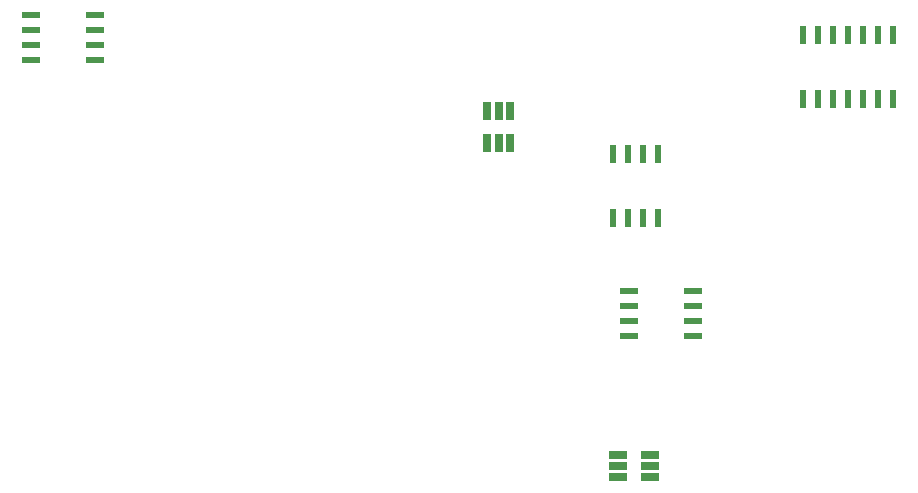
<source format=gbr>
%TF.GenerationSoftware,KiCad,Pcbnew,7.0.9-7.0.9~ubuntu23.04.1*%
%TF.CreationDate,2024-01-04T09:07:39+01:00*%
%TF.ProjectId,Electronic_DC_Load,456c6563-7472-46f6-9e69-635f44435f4c,rev?*%
%TF.SameCoordinates,Original*%
%TF.FileFunction,Paste,Top*%
%TF.FilePolarity,Positive*%
%FSLAX46Y46*%
G04 Gerber Fmt 4.6, Leading zero omitted, Abs format (unit mm)*
G04 Created by KiCad (PCBNEW 7.0.9-7.0.9~ubuntu23.04.1) date 2024-01-04 09:07:39*
%MOMM*%
%LPD*%
G01*
G04 APERTURE LIST*
%ADD10R,0.650000X1.560000*%
%ADD11R,1.550000X0.600000*%
%ADD12R,0.600000X1.500000*%
%ADD13R,0.600000X1.550000*%
%ADD14R,1.560000X0.650000*%
G04 APERTURE END LIST*
D10*
%TO.C,U5*%
X87119500Y-105266500D03*
X86169500Y-105266500D03*
X85219500Y-105266500D03*
X85219500Y-107966500D03*
X86169500Y-107966500D03*
X87119500Y-107966500D03*
%TD*%
D11*
%TO.C,U6*%
X102585500Y-124333000D03*
X102585500Y-123063000D03*
X102585500Y-121793000D03*
X102585500Y-120523000D03*
X97185500Y-120523000D03*
X97185500Y-121793000D03*
X97185500Y-123063000D03*
X97185500Y-124333000D03*
%TD*%
D12*
%TO.C,U7*%
X119570500Y-98836500D03*
X118300500Y-98836500D03*
X117030500Y-98836500D03*
X115760500Y-98836500D03*
X114490500Y-98836500D03*
X113220500Y-98836500D03*
X111950500Y-98836500D03*
X111950500Y-104236500D03*
X113220500Y-104236500D03*
X114490500Y-104236500D03*
X115760500Y-104236500D03*
X117030500Y-104236500D03*
X118300500Y-104236500D03*
X119570500Y-104236500D03*
%TD*%
D11*
%TO.C,U8*%
X51976000Y-100965000D03*
X51976000Y-99695000D03*
X51976000Y-98425000D03*
X51976000Y-97155000D03*
X46576000Y-97155000D03*
X46576000Y-98425000D03*
X46576000Y-99695000D03*
X46576000Y-100965000D03*
%TD*%
D13*
%TO.C,U9*%
X95885000Y-114269500D03*
X97155000Y-114269500D03*
X98425000Y-114269500D03*
X99695000Y-114269500D03*
X99695000Y-108869500D03*
X98425000Y-108869500D03*
X97155000Y-108869500D03*
X95885000Y-108869500D03*
%TD*%
D14*
%TO.C,U11*%
X96313000Y-134368500D03*
X96313000Y-135318500D03*
X96313000Y-136268500D03*
X99013000Y-136268500D03*
X99013000Y-135318500D03*
X99013000Y-134368500D03*
%TD*%
M02*

</source>
